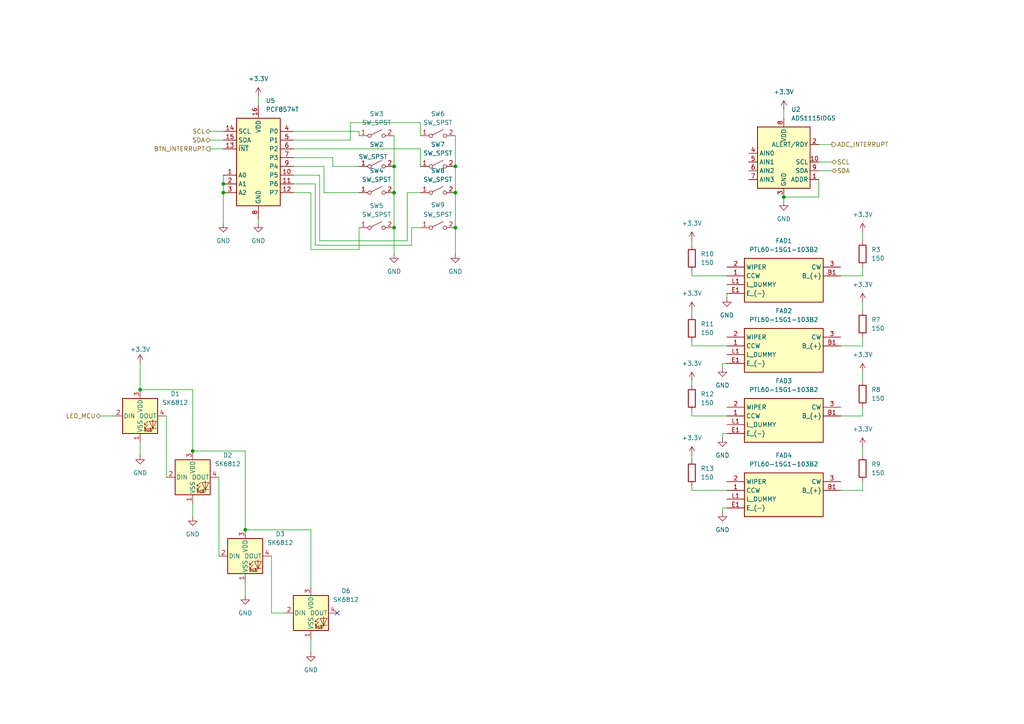
<source format=kicad_sch>
(kicad_sch (version 20250114) (generator "eeschema") (generator_version "9.0")
  (paper "A4")
  (lib_symbols
    (symbol "00_PTL60:PTL60-15G1-103B2"
      (property "Reference" "VR" (at 29.21 7.62 0))
      (property "Value" "PTL60-15G1-103B2" (at 29.21 5.08 0))
      (symbol "PTL60-15G1-103B2_1_1"
        (rectangle (start 5.08 2.54) (end 27.94 -10.16) (stroke (width 0.254)) (fill (type background)))
        (pin passive line (at 0 0 0) (length 5.08) (name "WIPER") (number "2"))
        (pin passive line (at 0 -2.54 0) (length 5.08) (name "CCW") (number "1"))
        (pin passive line (at 0 -5.08 0) (length 5.08) (name "L_DUMMY") (number "L1"))
        (pin passive line (at 0 -7.62 0) (length 5.08) (name "E_(-)") (number "E1"))
        (pin passive line (at 33.02 0 180) (length 5.08) (name "CW") (number "3"))
        (pin passive line (at 33.02 -2.54 180) (length 5.08) (name "B_(+)") (number "B1"))
      )
    )
    (symbol "Analog_ADC:ADS1115IDGS"
      (property "Reference" "U" (at 2.54 13.97 0))
      (property "Value" "ADS1115IDGS" (at 7.62 11.43 0))
      (symbol "ADS1115IDGS_0_1"
        (rectangle (start -7.62 10.16) (end 7.62 -7.62) (stroke (width 0.254)) (fill (type background)))
      )
      (symbol "ADS1115IDGS_1_1"
        (pin input line (at -10.16 2.54 0) (length 2.54) (name "AIN0") (number "4"))
        (pin input line (at -10.16 0 0) (length 2.54) (name "AIN1") (number "5"))
        (pin input line (at -10.16 -2.54 0) (length 2.54) (name "AIN2") (number "6"))
        (pin input line (at -10.16 -5.08 0) (length 2.54) (name "AIN3") (number "7"))
        (pin power_in line (at 0 12.7 270) (length 2.54) (name "VDD") (number "8"))
        (pin power_in line (at 0 -10.16 90) (length 2.54) (name "GND") (number "3"))
        (pin output line (at 10.16 5.08 180) (length 2.54) (name "ALERT/RDY") (number "2"))
        (pin input line (at 10.16 0 180) (length 2.54) (name "SCL") (number "10"))
        (pin bidirectional line (at 10.16 -2.54 180) (length 2.54) (name "SDA") (number "9"))
        (pin input line (at 10.16 -5.08 180) (length 2.54) (name "ADDR") (number "1"))
      )
    )
    (symbol "Device:R" (pin_numbers (hide yes)) (pin_names (offset 0))
      (property "Reference" "R" (at 2.032 0 90))
      (property "Value" "R" (at 0 0 90))
      (symbol "R_0_1"
        (rectangle (start -1.016 -2.54) (end 1.016 2.54) (stroke (width 0.254)))
      )
      (symbol "R_1_1"
        (pin passive line (at 0 3.81 270) (length 1.27) (name "~") (number "1"))
        (pin passive line (at 0 -3.81 90) (length 1.27) (name "~") (number "2"))
      )
    )
    (symbol "Interface_Expansion:PCF8574T"
      (property "Reference" "U" (at -6.35 12.954 0))
      (property "Value" "PCF8574T" (at 3.048 12.954 0))
      (symbol "PCF8574T_0_1"
        (rectangle (start -6.35 -13.97) (end 6.35 11.43) (stroke (width 0.254)) (fill (type background)))
      )
      (symbol "PCF8574T_1_1"
        (pin input line (at -10.16 7.62 0) (length 3.81) (name "SCL") (number "14"))
        (pin bidirectional line (at -10.16 5.08 0) (length 3.81) (name "SDA") (number "15"))
        (pin open_collector line (at -10.16 2.54 0) (length 3.81) (name "~{INT}") (number "13"))
        (pin input line (at -10.16 -5.08 0) (length 3.81) (name "A0") (number "1"))
        (pin input line (at -10.16 -7.62 0) (length 3.81) (name "A1") (number "2"))
        (pin input line (at -10.16 -10.16 0) (length 3.81) (name "A2") (number "3"))
        (pin power_in line (at 0 15.24 270) (length 3.81) (name "VDD") (number "16"))
        (pin power_in line (at 0 -17.78 90) (length 3.81) (name "GND") (number "8"))
        (pin bidirectional line (at 10.16 7.62 180) (length 3.81) (name "P0") (number "4"))
        (pin bidirectional line (at 10.16 5.08 180) (length 3.81) (name "P1") (number "5"))
        (pin bidirectional line (at 10.16 2.54 180) (length 3.81) (name "P2") (number "6"))
        (pin bidirectional line (at 10.16 0 180) (length 3.81) (name "P3") (number "7"))
        (pin bidirectional line (at 10.16 -2.54 180) (length 3.81) (name "P4") (number "9"))
        (pin bidirectional line (at 10.16 -5.08 180) (length 3.81) (name "P5") (number "10"))
        (pin bidirectional line (at 10.16 -7.62 180) (length 3.81) (name "P6") (number "11"))
        (pin bidirectional line (at 10.16 -10.16 180) (length 3.81) (name "P7") (number "12"))
      )
    )
    (symbol "LED:SK6812" (pin_names (offset 0.254))
      (property "Reference" "D" (at 5.08 5.715 0))
      (property "Value" "SK6812" (at 1.27 -5.715 0))
      (symbol "SK6812_0_0"
        (text "RGB" (at 2.286 -4.191 0) (effects (font (size 0.762 0.762))))
      )
      (symbol "SK6812_0_1"
        (polyline (pts (xy 1.27 -2.54) (xy 1.778 -2.54)))
        (polyline (pts (xy 1.27 -3.556) (xy 1.778 -3.556)))
        (polyline (pts (xy 2.286 -1.524) (xy 1.27 -2.54) (xy 1.27 -2.032)))
        (polyline (pts (xy 2.286 -2.54) (xy 1.27 -3.556) (xy 1.27 -3.048)))
        (polyline (pts (xy 3.683 -1.016) (xy 3.683 -3.556) (xy 3.683 -4.064)))
        (polyline (pts (xy 4.699 -1.524) (xy 2.667 -1.524) (xy 3.683 -3.556) (xy 4.699 -1.524)))
        (polyline (pts (xy 4.699 -3.556) (xy 2.667 -3.556)))
        (rectangle (start 5.08 5.08) (end -5.08 -5.08) (stroke (width 0.254)) (fill (type background)))
      )
      (symbol "SK6812_1_1"
        (pin input line (at -7.62 0 0) (length 2.54) (name "DIN") (number "2"))
        (pin power_in line (at 0 7.62 270) (length 2.54) (name "VDD") (number "3"))
        (pin power_in line (at 0 -7.62 90) (length 2.54) (name "VSS") (number "1"))
        (pin output line (at 7.62 0 180) (length 2.54) (name "DOUT") (number "4"))
      )
    )
    (symbol "Switch:SW_SPST" (pin_names (offset 0) (hide yes))
      (property "Reference" "SW" (at 0 3.175 0))
      (property "Value" "SW_SPST" (at 0 -2.54 0))
      (symbol "SW_SPST_0_0"
        (circle (center -2.032 0) (radius 0.508))
        (polyline (pts (xy -1.524 0.254) (xy 1.524 1.778)))
        (circle (center 2.032 0) (radius 0.508))
      )
      (symbol "SW_SPST_1_1"
        (pin passive line (at -5.08 0 0) (length 2.54) (name "A") (number "1"))
        (pin passive line (at 5.08 0 180) (length 2.54) (name "B") (number "2"))
      )
    )
    (symbol "power:+3.3V" (power) (pin_numbers (hide yes)) (pin_names (offset 0) (hide yes))
      (property "Value" "+3.3V" (at 0 3.556 0))
      (symbol "+3.3V_0_1"
        (polyline (pts (xy -0.762 1.27) (xy 0 2.54)))
        (polyline (pts (xy 0 2.54) (xy 0.762 1.27)))
        (polyline (pts (xy 0 0) (xy 0 2.54)))
      )
      (symbol "+3.3V_1_1"
        (pin power_in line (at 0 0 90) (length 0) (name "~") (number "1"))
      )
    )
    (symbol "power:GND" (power) (pin_numbers (hide yes)) (pin_names (offset 0) (hide yes))
      (property "Value" "GND" (at 0 -3.81 0))
      (symbol "GND_0_1"
        (polyline (pts (xy 0 0) (xy 0 -1.27) (xy 1.27 -1.27) (xy 0 -2.54) (xy -1.27 -1.27) (xy 0 -1.27)))
      )
      (symbol "GND_1_1"
        (pin power_in line (at 0 0 270) (length 0) (name "~") (number "1"))
      )
    )
  )
  (junction (at 132.08 48.26))
  (junction (at 114.3 55.88))
  (junction (at 55.88 130.81))
  (junction (at 114.3 48.26))
  (junction (at 114.3 66.04))
  (junction (at 71.12 153.67))
  (junction (at 64.77 55.88))
  (junction (at 40.64 113.03))
  (junction (at 227.33 57.15))
  (junction (at 132.08 66.04))
  (junction (at 64.77 53.34))
  (junction (at 132.08 55.88))
  (no_connect (at 97.79 177.8))
  (wire (pts (xy 200.66 100.33) (xy 210.82 100.33)))
  (wire (pts (xy 90.17 153.67) (xy 90.17 170.18)))
  (wire (pts (xy 64.77 50.8) (xy 64.77 53.34)))
  (wire (pts (xy 96.52 48.26) (xy 96.52 45.72)))
  (wire (pts (xy 101.6 40.64) (xy 101.6 35.56)))
  (wire (pts (xy 91.44 53.34) (xy 91.44 71.12)))
  (wire (pts (xy 250.19 107.95) (xy 250.19 110.49)))
  (wire (pts (xy 104.14 66.04) (xy 104.14 72.39)))
  (wire (pts (xy 210.82 105.41) (xy 209.55 105.41)))
  (wire (pts (xy 118.11 69.85) (xy 118.11 55.88)))
  (wire (pts (xy 40.64 113.03) (xy 55.88 113.03)))
  (wire (pts (xy 92.71 69.85) (xy 92.71 50.8)))
  (wire (pts (xy 200.66 69.85) (xy 200.66 71.12)))
  (wire (pts (xy 200.66 90.17) (xy 200.66 91.44)))
  (wire (pts (xy 92.71 50.8) (xy 85.09 50.8)))
  (wire (pts (xy 227.33 57.15) (xy 227.33 58.42)))
  (wire (pts (xy 74.93 27.94) (xy 74.93 30.48)))
  (wire (pts (xy 121.92 35.56) (xy 121.92 39.37)))
  (wire (pts (xy 237.49 49.53) (xy 241.3 49.53)))
  (wire (pts (xy 209.55 147.32) (xy 209.55 148.59)))
  (wire (pts (xy 63.5 138.43) (xy 63.5 161.29)))
  (wire (pts (xy 114.3 66.04) (xy 114.3 73.66)))
  (wire (pts (xy 210.82 147.32) (xy 209.55 147.32)))
  (wire (pts (xy 90.17 72.39) (xy 90.17 55.88)))
  (wire (pts (xy 200.66 99.06) (xy 200.66 100.33)))
  (wire (pts (xy 60.96 43.18) (xy 64.77 43.18)))
  (wire (pts (xy 132.08 39.37) (xy 132.08 48.26)))
  (wire (pts (xy 237.49 57.15) (xy 227.33 57.15)))
  (wire (pts (xy 85.09 45.72) (xy 96.52 45.72)))
  (wire (pts (xy 200.66 142.24) (xy 210.82 142.24)))
  (wire (pts (xy 55.88 113.03) (xy 55.88 130.81)))
  (wire (pts (xy 243.84 120.65) (xy 250.19 120.65)))
  (wire (pts (xy 209.55 125.73) (xy 209.55 127)))
  (wire (pts (xy 200.66 80.01) (xy 210.82 80.01)))
  (wire (pts (xy 237.49 46.99) (xy 241.3 46.99)))
  (wire (pts (xy 114.3 39.37) (xy 114.3 48.26)))
  (wire (pts (xy 200.66 78.74) (xy 200.66 80.01)))
  (wire (pts (xy 29.21 120.65) (xy 33.02 120.65)))
  (wire (pts (xy 96.52 48.26) (xy 104.14 48.26)))
  (wire (pts (xy 85.09 53.34) (xy 91.44 53.34)))
  (wire (pts (xy 118.11 69.85) (xy 92.71 69.85)))
  (wire (pts (xy 93.98 55.88) (xy 104.14 55.88)))
  (wire (pts (xy 210.82 125.73) (xy 209.55 125.73)))
  (wire (pts (xy 85.09 48.26) (xy 93.98 48.26)))
  (wire (pts (xy 119.38 66.04) (xy 121.92 66.04)))
  (wire (pts (xy 74.93 63.5) (xy 74.93 64.77)))
  (wire (pts (xy 243.84 100.33) (xy 250.19 100.33)))
  (wire (pts (xy 132.08 66.04) (xy 132.08 73.66)))
  (wire (pts (xy 40.64 105.41) (xy 40.64 113.03)))
  (wire (pts (xy 64.77 55.88) (xy 64.77 64.77)))
  (wire (pts (xy 78.74 161.29) (xy 78.74 177.8)))
  (wire (pts (xy 91.44 71.12) (xy 119.38 71.12)))
  (wire (pts (xy 227.33 31.75) (xy 227.33 34.29)))
  (wire (pts (xy 78.74 177.8) (xy 82.55 177.8)))
  (wire (pts (xy 200.66 110.49) (xy 200.66 111.76)))
  (wire (pts (xy 85.09 40.64) (xy 101.6 40.64)))
  (wire (pts (xy 85.09 38.1) (xy 104.14 38.1)))
  (wire (pts (xy 48.26 120.65) (xy 48.26 138.43)))
  (wire (pts (xy 250.19 129.54) (xy 250.19 132.08)))
  (wire (pts (xy 40.64 128.27) (xy 40.64 132.08)))
  (wire (pts (xy 114.3 55.88) (xy 114.3 66.04)))
  (wire (pts (xy 132.08 48.26) (xy 132.08 55.88)))
  (wire (pts (xy 237.49 41.91) (xy 241.3 41.91)))
  (wire (pts (xy 71.12 153.67) (xy 90.17 153.67)))
  (wire (pts (xy 60.96 38.1) (xy 64.77 38.1)))
  (wire (pts (xy 85.09 55.88) (xy 90.17 55.88)))
  (wire (pts (xy 121.92 48.26) (xy 121.92 43.18)))
  (wire (pts (xy 237.49 52.07) (xy 237.49 57.15)))
  (wire (pts (xy 250.19 67.31) (xy 250.19 69.85)))
  (wire (pts (xy 114.3 48.26) (xy 114.3 55.88)))
  (wire (pts (xy 119.38 71.12) (xy 119.38 66.04)))
  (wire (pts (xy 71.12 168.91) (xy 71.12 172.72)))
  (wire (pts (xy 104.14 72.39) (xy 90.17 72.39)))
  (wire (pts (xy 210.82 86.36) (xy 210.82 85.09)))
  (wire (pts (xy 90.17 185.42) (xy 90.17 189.23)))
  (wire (pts (xy 55.88 130.81) (xy 71.12 130.81)))
  (wire (pts (xy 132.08 55.88) (xy 132.08 66.04)))
  (wire (pts (xy 243.84 80.01) (xy 250.19 80.01)))
  (wire (pts (xy 250.19 87.63) (xy 250.19 90.17)))
  (wire (pts (xy 250.19 120.65) (xy 250.19 118.11)))
  (wire (pts (xy 250.19 100.33) (xy 250.19 97.79)))
  (wire (pts (xy 250.19 142.24) (xy 250.19 139.7)))
  (wire (pts (xy 200.66 140.97) (xy 200.66 142.24)))
  (wire (pts (xy 71.12 130.81) (xy 71.12 153.67)))
  (wire (pts (xy 55.88 146.05) (xy 55.88 149.86)))
  (wire (pts (xy 200.66 119.38) (xy 200.66 120.65)))
  (wire (pts (xy 200.66 132.08) (xy 200.66 133.35)))
  (wire (pts (xy 200.66 120.65) (xy 210.82 120.65)))
  (wire (pts (xy 60.96 40.64) (xy 64.77 40.64)))
  (wire (pts (xy 243.84 142.24) (xy 250.19 142.24)))
  (wire (pts (xy 118.11 55.88) (xy 121.92 55.88)))
  (wire (pts (xy 104.14 38.1) (xy 104.14 39.37)))
  (wire (pts (xy 101.6 35.56) (xy 121.92 35.56)))
  (wire (pts (xy 250.19 80.01) (xy 250.19 77.47)))
  (wire (pts (xy 64.77 53.34) (xy 64.77 55.88)))
  (wire (pts (xy 85.09 43.18) (xy 121.92 43.18)))
  (wire (pts (xy 93.98 48.26) (xy 93.98 55.88)))
  (wire (pts (xy 209.55 105.41) (xy 209.55 106.68)))
  (hierarchical_label "SDA" (shape bidirectional) (at 241.3 49.53 0))
  (hierarchical_label "SDA" (shape bidirectional) (at 60.96 40.64 180))
  (hierarchical_label "ADC_INTERRUPT" (shape output) (at 241.3 41.91 0))
  (hierarchical_label "SCL" (shape bidirectional) (at 60.96 38.1 180))
  (hierarchical_label "SCL" (shape bidirectional) (at 241.3 46.99 0))
  (hierarchical_label "LED_MCU" (shape bidirectional) (at 29.21 120.65 180))
  (hierarchical_label "BTN_INTERRUPT" (shape output) (at 60.96 43.18 180))
  (symbol (lib_id "Device:R") (at 200.66 137.16 0) (unit 1)
    (property "Reference" "R13" (at 203.2 135.8899 0) (effects (justify left)))
    (property "Value" "150" (at 203.2 138.4299 0) (effects (justify left)))
    (property "Description" "Resistor" (effects (hide yes)))
  )
  (symbol (lib_id "Switch:SW_SPST") (at 109.22 66.04 0) (unit 1)
    (property "Reference" "SW5" (at 109.22 59.69 0))
    (property "Value" "SW_SPST" (at 109.22 62.23 0))
    (property "Footprint" "PCM_Switch_Keyboard_Cherry_MX:SW_Cherry_MX_PCB" (effects (hide yes)))
    (property "Description" "Single Pole Single Throw (SPST) switch" (effects (hide yes)))
  )
  (symbol (lib_id "00_PTL60:PTL60-15G1-103B2") (at 210.82 97.79 0) (unit 1)
    (property "Reference" "FAD2" (at 227.33 90.17 0))
    (property "Value" "PTL60-15G1-103B2" (at 227.33 92.71 0))
    (property "Footprint" "00_Luc:PTL6015G1103B2" (effects (hide yes)))
    (property "Datasheet" "https://www.bourns.com/docs/Product-Datasheets/PTL.pdf" (effects (hide yes)))
    (property "Description" "Bourns 1 Gang Slide Carbon Potentiometer with an 6 mm Dia. Shaft - 10k, +/-20%, 0.2W Power Rating, Linear, Through Hole" (effects (hide yes)))
    (property "Height" "22" (effects (hide yes)))
    (property "Mouser Part Number" "652-PTL60-15G1-103B2" (effects (hide yes)))
    (property "Mouser Price/Stock" "https://www.mouser.co.uk/ProductDetail/Bourns/PTL60-15G1-103B2?qs=XxajcJZMfNxADct0M%2FB1oA%3D%3D" (effects (hide yes)))
    (property "Manufacturer_Name" "Bourns" (effects (hide yes)))
    (property "Manufacturer_Part_Number" "PTL60-15G1-103B2" (effects (hide yes)))
  )
  (symbol (lib_id "Analog_ADC:ADS1115IDGS") (at 227.33 46.99 0) (unit 1)
    (property "Reference" "U2" (at 229.4733 31.75 0) (effects (justify left)))
    (property "Value" "ADS1115IDGS" (at 229.4733 34.29 0) (effects (justify left)))
    (property "Footprint" "Package_SO:TSSOP-10_3x3mm_P0.5mm" (effects (hide yes)))
    (property "Datasheet" "http://www.ti.com/lit/ds/symlink/ads1113.pdf" (effects (hide yes)))
    (property "Description" "Ultra-Small, Low-Power, I2C-Compatible, 860-SPS, 16-Bit ADCs With Internal Reference, Oscillator, and Programmable Comparator, VSSOP-10" (effects (hide yes)))
    (property "LCSC" "C37593" (effects (hide yes)))
  )
  (symbol (lib_id "power:GND") (at 209.55 148.59 0) (unit 1)
    (property "Reference" "#PWR014" (effects (hide yes)))
    (property "Value" "GND" (at 209.55 153.67 0))
    (property "Description" "Power symbol creates a global label with name \"GND\" , ground" (effects (hide yes)))
  )
  (symbol (lib_id "Device:R") (at 250.19 135.89 0) (unit 1)
    (property "Reference" "R9" (at 252.73 134.6199 0) (effects (justify left)))
    (property "Value" "150" (at 252.73 137.1599 0) (effects (justify left)))
    (property "Description" "Resistor" (effects (hide yes)))
  )
  (symbol (lib_id "Switch:SW_SPST") (at 127 66.04 0) (unit 1)
    (property "Reference" "SW9" (at 127 59.436 0))
    (property "Value" "SW_SPST" (at 127 62.23 0))
    (property "Footprint" "PCM_Switch_Keyboard_Cherry_MX:SW_Cherry_MX_PCB" (effects (hide yes)))
    (property "Description" "Single Pole Single Throw (SPST) switch" (effects (hide yes)))
  )
  (symbol (lib_id "00_PTL60:PTL60-15G1-103B2") (at 210.82 118.11 0) (unit 1)
    (property "Reference" "FAD3" (at 227.33 110.49 0))
    (property "Value" "PTL60-15G1-103B2" (at 227.33 113.03 0))
    (property "Footprint" "00_Luc:PTL6015G1103B2" (effects (hide yes)))
    (property "Datasheet" "https://www.bourns.com/docs/Product-Datasheets/PTL.pdf" (effects (hide yes)))
    (property "Description" "Bourns 1 Gang Slide Carbon Potentiometer with an 6 mm Dia. Shaft - 10k, +/-20%, 0.2W Power Rating, Linear, Through Hole" (effects (hide yes)))
    (property "Height" "22" (effects (hide yes)))
    (property "Mouser Part Number" "652-PTL60-15G1-103B2" (effects (hide yes)))
    (property "Mouser Price/Stock" "https://www.mouser.co.uk/ProductDetail/Bourns/PTL60-15G1-103B2?qs=XxajcJZMfNxADct0M%2FB1oA%3D%3D" (effects (hide yes)))
    (property "Manufacturer_Name" "Bourns" (effects (hide yes)))
    (property "Manufacturer_Part_Number" "PTL60-15G1-103B2" (effects (hide yes)))
  )
  (symbol (lib_id "power:+3.3V") (at 200.66 90.17 0) (unit 1)
    (property "Reference" "#PWR020" (effects (hide yes)))
    (property "Value" "+3.3V" (at 200.66 85.09 0))
    (property "Description" "Power symbol creates a global label with name \"+3.3V\"" (effects (hide yes)))
  )
  (symbol (lib_id "Device:R") (at 250.19 73.66 0) (unit 1)
    (property "Reference" "R3" (at 252.73 72.3899 0) (effects (justify left)))
    (property "Value" "150" (at 252.73 74.9299 0) (effects (justify left)))
    (property "Description" "Resistor" (effects (hide yes)))
  )
  (symbol (lib_id "power:+3.3V") (at 250.19 107.95 0) (unit 1)
    (property "Reference" "#PWR017" (effects (hide yes)))
    (property "Value" "+3.3V" (at 250.19 102.87 0))
    (property "Description" "Power symbol creates a global label with name \"+3.3V\"" (effects (hide yes)))
  )
  (symbol (lib_id "power:+3.3V") (at 200.66 69.85 0) (unit 1)
    (property "Reference" "#PWR019" (effects (hide yes)))
    (property "Value" "+3.3V" (at 200.66 64.77 0))
    (property "Description" "Power symbol creates a global label with name \"+3.3V\"" (effects (hide yes)))
  )
  (symbol (lib_id "Switch:SW_SPST") (at 109.22 39.37 0) (unit 1)
    (property "Reference" "SW3" (at 109.22 33.02 0))
    (property "Value" "SW_SPST" (at 109.22 35.56 0))
    (property "Footprint" "PCM_Switch_Keyboard_Cherry_MX:SW_Cherry_MX_PCB" (effects (hide yes)))
    (property "Description" "Single Pole Single Throw (SPST) switch" (effects (hide yes)))
  )
  (symbol (lib_id "power:GND") (at 74.93 64.77 0) (unit 1)
    (property "Reference" "#PWR036" (effects (hide yes)))
    (property "Value" "GND" (at 74.93 69.85 0))
    (property "Description" "Power symbol creates a global label with name \"GND\" , ground" (effects (hide yes)))
  )
  (symbol (lib_id "Switch:SW_SPST") (at 109.22 55.88 0) (unit 1)
    (property "Reference" "SW4" (at 109.22 49.53 0))
    (property "Value" "SW_SPST" (at 109.22 52.07 0))
    (property "Footprint" "PCM_Switch_Keyboard_Cherry_MX:SW_Cherry_MX_PCB" (effects (hide yes)))
    (property "Description" "Single Pole Single Throw (SPST) switch" (effects (hide yes)))
  )
  (symbol (lib_id "power:+3.3V") (at 200.66 110.49 0) (unit 1)
    (property "Reference" "#PWR021" (effects (hide yes)))
    (property "Value" "+3.3V" (at 200.66 105.41 0))
    (property "Description" "Power symbol creates a global label with name \"+3.3V\"" (effects (hide yes)))
  )
  (symbol (lib_id "power:GND") (at 209.55 127 0) (unit 1)
    (property "Reference" "#PWR013" (effects (hide yes)))
    (property "Value" "GND" (at 209.55 132.08 0))
    (property "Description" "Power symbol creates a global label with name \"GND\" , ground" (effects (hide yes)))
  )
  (symbol (lib_id "power:+3.3V") (at 250.19 67.31 0) (unit 1)
    (property "Reference" "#PWR015" (effects (hide yes)))
    (property "Value" "+3.3V" (at 250.19 62.23 0))
    (property "Description" "Power symbol creates a global label with name \"+3.3V\"" (effects (hide yes)))
  )
  (symbol (lib_id "Switch:SW_SPST") (at 127 39.37 0) (unit 1)
    (property "Reference" "SW6" (at 127 33.02 0))
    (property "Value" "SW_SPST" (at 127 35.56 0))
    (property "Footprint" "PCM_Switch_Keyboard_Cherry_MX:SW_Cherry_MX_PCB" (effects (hide yes)))
    (property "Description" "Single Pole Single Throw (SPST) switch" (effects (hide yes)))
  )
  (symbol (lib_id "Device:R") (at 200.66 74.93 0) (unit 1)
    (property "Reference" "R10" (at 203.2 73.6599 0) (effects (justify left)))
    (property "Value" "150" (at 203.2 76.1999 0) (effects (justify left)))
    (property "Description" "Resistor" (effects (hide yes)))
  )
  (symbol (lib_id "power:+3.3V") (at 40.64 105.41 0) (unit 1)
    (property "Reference" "#PWR023" (effects (hide yes)))
    (property "Value" "+3.3V" (at 40.64 101.346 0))
    (property "Description" "Power symbol creates a global label with name \"+3.3V\"" (effects (hide yes)))
  )
  (symbol (lib_id "power:GND") (at 210.82 86.36 0) (unit 1)
    (property "Reference" "#PWR011" (effects (hide yes)))
    (property "Value" "GND" (at 210.82 91.44 0))
    (property "Description" "Power symbol creates a global label with name \"GND\" , ground" (effects (hide yes)))
  )
  (symbol (lib_id "power:GND") (at 132.08 73.66 0) (unit 1)
    (property "Reference" "#PWR06" (effects (hide yes)))
    (property "Value" "GND" (at 132.08 78.74 0))
    (property "Description" "Power symbol creates a global label with name \"GND\" , ground" (effects (hide yes)))
  )
  (symbol (lib_id "power:GND") (at 55.88 149.86 0) (unit 1)
    (property "Reference" "#PWR028" (effects (hide yes)))
    (property "Value" "GND" (at 55.88 154.94 0))
    (property "Description" "Power symbol creates a global label with name \"GND\" , ground" (effects (hide yes)))
  )
  (symbol (lib_id "LED:SK6812") (at 71.12 161.29 0) (unit 1)
    (property "Reference" "D3" (at 81.28 154.8698 0))
    (property "Value" "SK6812" (at 81.28 157.4098 0))
    (property "Footprint" "LED_SMD:LED_SK6812_PLCC4_5.0x5.0mm_P3.2mm" (effects (hide yes)))
    (property "Datasheet" "https://cdn-shop.adafruit.com/product-files/1138/SK6812+LED+datasheet+.pdf" (effects (hide yes)))
    (property "Description" "RGB LED with integrated controller" (effects (hide yes)))
  )
  (symbol (lib_id "Switch:SW_SPST") (at 109.22 48.26 0) (unit 1)
    (property "Reference" "SW2" (at 109.22 41.91 0))
    (property "Value" "SW_SPST" (at 108.204 45.466 0))
    (property "Footprint" "PCM_Switch_Keyboard_Cherry_MX:SW_Cherry_MX_PCB" (effects (hide yes)))
    (property "Description" "Single Pole Single Throw (SPST) switch" (effects (hide yes)))
  )
  (symbol (lib_id "00_PTL60:PTL60-15G1-103B2") (at 210.82 139.7 0) (unit 1)
    (property "Reference" "FAD4" (at 227.33 132.08 0))
    (property "Value" "PTL60-15G1-103B2" (at 227.33 134.62 0))
    (property "Footprint" "00_Luc:PTL6015G1103B2" (effects (hide yes)))
    (property "Datasheet" "https://www.bourns.com/docs/Product-Datasheets/PTL.pdf" (effects (hide yes)))
    (property "Description" "Bourns 1 Gang Slide Carbon Potentiometer with an 6 mm Dia. Shaft - 10k, +/-20%, 0.2W Power Rating, Linear, Through Hole" (effects (hide yes)))
    (property "Height" "22" (effects (hide yes)))
    (property "Mouser Part Number" "652-PTL60-15G1-103B2" (effects (hide yes)))
    (property "Mouser Price/Stock" "https://www.mouser.co.uk/ProductDetail/Bourns/PTL60-15G1-103B2?qs=XxajcJZMfNxADct0M%2FB1oA%3D%3D" (effects (hide yes)))
    (property "Manufacturer_Name" "Bourns" (effects (hide yes)))
    (property "Manufacturer_Part_Number" "PTL60-15G1-103B2" (effects (hide yes)))
  )
  (symbol (lib_id "LED:SK6812") (at 90.17 177.8 0) (unit 1)
    (property "Reference" "D6" (at 100.33 171.3798 0))
    (property "Value" "SK6812" (at 100.33 173.9198 0))
    (property "Footprint" "LED_SMD:LED_SK6812_PLCC4_5.0x5.0mm_P3.2mm" (effects (hide yes)))
    (property "Datasheet" "https://cdn-shop.adafruit.com/product-files/1138/SK6812+LED+datasheet+.pdf" (effects (hide yes)))
    (property "Description" "RGB LED with integrated controller" (effects (hide yes)))
  )
  (symbol (lib_id "power:+3.3V") (at 250.19 87.63 0) (unit 1)
    (property "Reference" "#PWR016" (effects (hide yes)))
    (property "Value" "+3.3V" (at 250.19 82.55 0))
    (property "Description" "Power symbol creates a global label with name \"+3.3V\"" (effects (hide yes)))
  )
  (symbol (lib_id "LED:SK6812") (at 55.88 138.43 0) (unit 1)
    (property "Reference" "D2" (at 66.04 132.0098 0))
    (property "Value" "SK6812" (at 66.04 134.5498 0))
    (property "Footprint" "LED_SMD:LED_SK6812_PLCC4_5.0x5.0mm_P3.2mm" (effects (hide yes)))
    (property "Datasheet" "https://cdn-shop.adafruit.com/product-files/1138/SK6812+LED+datasheet+.pdf" (effects (hide yes)))
    (property "Description" "RGB LED with integrated controller" (effects (hide yes)))
  )
  (symbol (lib_id "Device:R") (at 250.19 114.3 0) (unit 1)
    (property "Reference" "R8" (at 252.73 113.0299 0) (effects (justify left)))
    (property "Value" "150" (at 252.73 115.5699 0) (effects (justify left)))
    (property "Description" "Resistor" (effects (hide yes)))
  )
  (symbol (lib_id "power:+3.3V") (at 250.19 129.54 0) (unit 1)
    (property "Reference" "#PWR018" (effects (hide yes)))
    (property "Value" "+3.3V" (at 250.19 124.46 0))
    (property "Description" "Power symbol creates a global label with name \"+3.3V\"" (effects (hide yes)))
  )
  (symbol (lib_id "power:GND") (at 114.3 73.66 0) (unit 1)
    (property "Reference" "#PWR05" (effects (hide yes)))
    (property "Value" "GND" (at 114.3 78.74 0))
    (property "Description" "Power symbol creates a global label with name \"GND\" , ground" (effects (hide yes)))
  )
  (symbol (lib_id "LED:SK6812") (at 40.64 120.65 0) (unit 1)
    (property "Reference" "D1" (at 50.8 114.2298 0))
    (property "Value" "SK6812" (at 50.8 116.7698 0))
    (property "Footprint" "LED_SMD:LED_SK6812_PLCC4_5.0x5.0mm_P3.2mm" (effects (hide yes)))
    (property "Datasheet" "https://cdn-shop.adafruit.com/product-files/1138/SK6812+LED+datasheet+.pdf" (effects (hide yes)))
    (property "Description" "RGB LED with integrated controller" (effects (hide yes)))
  )
  (symbol (lib_id "power:+3.3V") (at 227.33 31.75 0) (unit 1)
    (property "Reference" "#PWR039" (effects (hide yes)))
    (property "Value" "+3.3V" (at 227.33 26.67 0))
    (property "Description" "Power symbol creates a global label with name \"+3.3V\"" (effects (hide yes)))
  )
  (symbol (lib_id "power:+3.3V") (at 200.66 132.08 0) (unit 1)
    (property "Reference" "#PWR022" (effects (hide yes)))
    (property "Value" "+3.3V" (at 200.66 127 0))
    (property "Description" "Power symbol creates a global label with name \"+3.3V\"" (effects (hide yes)))
  )
  (symbol (lib_id "Switch:SW_SPST") (at 127 48.26 0) (unit 1)
    (property "Reference" "SW7" (at 127 41.91 0))
    (property "Value" "SW_SPST" (at 127 44.45 0))
    (property "Footprint" "PCM_Switch_Keyboard_Cherry_MX:SW_Cherry_MX_PCB" (effects (hide yes)))
    (property "Description" "Single Pole Single Throw (SPST) switch" (effects (hide yes)))
  )
  (symbol (lib_id "power:+3.3V") (at 74.93 27.94 0) (unit 1)
    (property "Reference" "#PWR038" (effects (hide yes)))
    (property "Value" "+3.3V" (at 74.93 22.86 0))
    (property "Description" "Power symbol creates a global label with name \"+3.3V\"" (effects (hide yes)))
  )
  (symbol (lib_id "power:GND") (at 71.12 172.72 0) (unit 1)
    (property "Reference" "#PWR029" (effects (hide yes)))
    (property "Value" "GND" (at 71.12 177.8 0))
    (property "Description" "Power symbol creates a global label with name \"GND\" , ground" (effects (hide yes)))
  )
  (symbol (lib_id "Switch:SW_SPST") (at 127 55.88 0) (unit 1)
    (property "Reference" "SW8" (at 127 49.53 0))
    (property "Value" "SW_SPST" (at 127 52.07 0))
    (property "Footprint" "PCM_Switch_Keyboard_Cherry_MX:SW_Cherry_MX_PCB" (effects (hide yes)))
    (property "Description" "Single Pole Single Throw (SPST) switch" (effects (hide yes)))
  )
  (symbol (lib_id "power:GND") (at 90.17 189.23 0) (unit 1)
    (property "Reference" "#PWR024" (effects (hide yes)))
    (property "Value" "GND" (at 90.17 194.31 0))
    (property "Description" "Power symbol creates a global label with name \"GND\" , ground" (effects (hide yes)))
  )
  (symbol (lib_id "Interface_Expansion:PCF8574T") (at 74.93 45.72 0) (unit 1)
    (property "Reference" "U5" (at 77.0733 29.21 0) (effects (justify left)))
    (property "Value" "PCF8574T" (at 77.0733 31.75 0) (effects (justify left)))
    (property "Footprint" "Package_SO:SOIC-16W_7.5x10.3mm_P1.27mm" (effects (hide yes)))
    (property "Datasheet" "http://www.nxp.com/docs/en/data-sheet/PCF8574_PCF8574A.pdf" (effects (hide yes)))
    (property "Description" "8 Bit Port/Expander to I2C Bus, fixed address bits 0b0100, SOIC-16" (effects (hide yes)))
    (property "LCSC" "C22396383" (effects (hide yes)))
  )
  (symbol (lib_id "00_PTL60:PTL60-15G1-103B2") (at 210.82 77.47 0) (unit 1)
    (property "Reference" "FAD1" (at 227.33 69.85 0))
    (property "Value" "PTL60-15G1-103B2" (at 227.33 72.39 0))
    (property "Footprint" "00_Luc:PTL6015G1103B2" (effects (hide yes)))
    (property "Datasheet" "https://www.bourns.com/docs/Product-Datasheets/PTL.pdf" (effects (hide yes)))
    (property "Description" "Bourns 1 Gang Slide Carbon Potentiometer with an 6 mm Dia. Shaft - 10k, +/-20%, 0.2W Power Rating, Linear, Through Hole" (effects (hide yes)))
    (property "Height" "22" (effects (hide yes)))
    (property "Mouser Part Number" "652-PTL60-15G1-103B2" (effects (hide yes)))
    (property "Mouser Price/Stock" "https://www.mouser.co.uk/ProductDetail/Bourns/PTL60-15G1-103B2?qs=XxajcJZMfNxADct0M%2FB1oA%3D%3D" (effects (hide yes)))
    (property "Manufacturer_Name" "Bourns" (effects (hide yes)))
    (property "Manufacturer_Part_Number" "PTL60-15G1-103B2" (effects (hide yes)))
  )
  (symbol (lib_id "power:GND") (at 64.77 64.77 0) (unit 1)
    (property "Reference" "#PWR040" (effects (hide yes)))
    (property "Value" "GND" (at 64.77 69.85 0))
    (property "Description" "Power symbol creates a global label with name \"GND\" , ground" (effects (hide yes)))
  )
  (symbol (lib_id "Device:R") (at 200.66 115.57 0) (unit 1)
    (property "Reference" "R12" (at 203.2 114.2999 0) (effects (justify left)))
    (property "Value" "150" (at 203.2 116.8399 0) (effects (justify left)))
    (property "Description" "Resistor" (effects (hide yes)))
  )
  (symbol (lib_id "power:GND") (at 40.64 132.08 0) (unit 1)
    (property "Reference" "#PWR027" (effects (hide yes)))
    (property "Value" "GND" (at 40.64 137.16 0))
    (property "Description" "Power symbol creates a global label with name \"GND\" , ground" (effects (hide yes)))
  )
  (symbol (lib_id "power:GND") (at 227.33 58.42 0) (unit 1)
    (property "Reference" "#PWR037" (effects (hide yes)))
    (property "Value" "GND" (at 227.33 63.5 0))
    (property "Description" "Power symbol creates a global label with name \"GND\" , ground" (effects (hide yes)))
  )
  (symbol (lib_id "Device:R") (at 200.66 95.25 0) (unit 1)
    (property "Reference" "R11" (at 203.2 93.9799 0) (effects (justify left)))
    (property "Value" "150" (at 203.2 96.5199 0) (effects (justify left)))
    (property "Description" "Resistor" (effects (hide yes)))
  )
  (symbol (lib_id "Device:R") (at 250.19 93.98 0) (unit 1)
    (property "Reference" "R7" (at 252.73 92.7099 0) (effects (justify left)))
    (property "Value" "150" (at 252.73 95.2499 0) (effects (justify left)))
    (property "Description" "Resistor" (effects (hide yes)))
  )
  (symbol (lib_id "power:GND") (at 209.55 106.68 0) (unit 1)
    (property "Reference" "#PWR012" (effects (hide yes)))
    (property "Value" "GND" (at 209.55 111.76 0))
    (property "Description" "Power symbol creates a global label with name \"GND\" , ground" (effects (hide yes)))
  )
)
</source>
